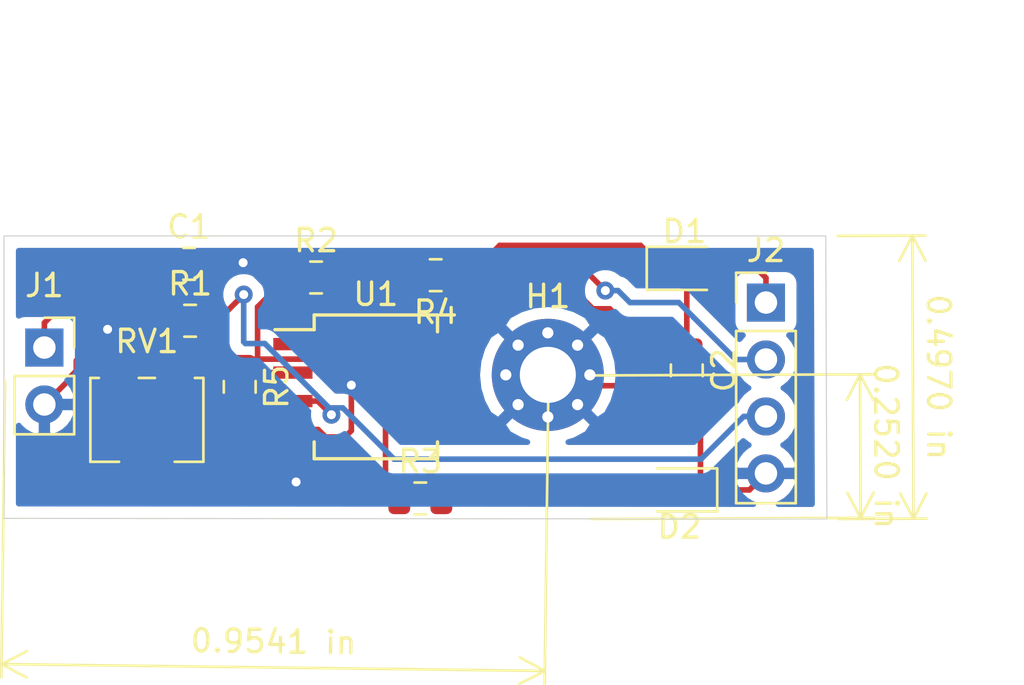
<source format=kicad_pcb>
(kicad_pcb (version 20171130) (host pcbnew "(5.1.4)-1")

  (general
    (thickness 1.6)
    (drawings 13)
    (tracks 135)
    (zones 0)
    (modules 14)
    (nets 11)
  )

  (page A4)
  (layers
    (0 F.Cu signal)
    (31 B.Cu signal)
    (32 B.Adhes user)
    (33 F.Adhes user)
    (34 B.Paste user)
    (35 F.Paste user)
    (36 B.SilkS user)
    (37 F.SilkS user)
    (38 B.Mask user)
    (39 F.Mask user)
    (40 Dwgs.User user)
    (41 Cmts.User user)
    (42 Eco1.User user)
    (43 Eco2.User user)
    (44 Edge.Cuts user)
    (45 Margin user)
    (46 B.CrtYd user)
    (47 F.CrtYd user)
    (48 B.Fab user)
    (49 F.Fab user)
  )

  (setup
    (last_trace_width 0.25)
    (trace_clearance 0.2)
    (zone_clearance 0.508)
    (zone_45_only no)
    (trace_min 0.2)
    (via_size 0.8)
    (via_drill 0.4)
    (via_min_size 0.4)
    (via_min_drill 0.3)
    (uvia_size 0.3)
    (uvia_drill 0.1)
    (uvias_allowed no)
    (uvia_min_size 0.2)
    (uvia_min_drill 0.1)
    (edge_width 0.05)
    (segment_width 0.2)
    (pcb_text_width 0.3)
    (pcb_text_size 1.5 1.5)
    (mod_edge_width 0.12)
    (mod_text_size 1 1)
    (mod_text_width 0.15)
    (pad_size 1.524 1.524)
    (pad_drill 0.762)
    (pad_to_mask_clearance 0.051)
    (solder_mask_min_width 0.25)
    (aux_axis_origin 0 0)
    (visible_elements 7FFFFFFF)
    (pcbplotparams
      (layerselection 0x010fc_ffffffff)
      (usegerberextensions false)
      (usegerberattributes false)
      (usegerberadvancedattributes false)
      (creategerberjobfile false)
      (excludeedgelayer true)
      (linewidth 0.100000)
      (plotframeref false)
      (viasonmask false)
      (mode 1)
      (useauxorigin false)
      (hpglpennumber 1)
      (hpglpenspeed 20)
      (hpglpendiameter 15.000000)
      (psnegative false)
      (psa4output false)
      (plotreference true)
      (plotvalue true)
      (plotinvisibletext false)
      (padsonsilk false)
      (subtractmaskfromsilk false)
      (outputformat 1)
      (mirror false)
      (drillshape 0)
      (scaleselection 1)
      (outputdirectory ""))
  )

  (net 0 "")
  (net 1 GND)
  (net 2 Signal)
  (net 3 VCC)
  (net 4 "Net-(D2-Pad2)")
  (net 5 "Net-(RV1-Pad2)")
  (net 6 "Net-(U1-Pad7)")
  (net 7 "Net-(U1-Pad6)")
  (net 8 "Net-(U1-Pad5)")
  (net 9 "Net-(D1-Pad1)")
  (net 10 DO)

  (net_class Default "This is the default net class."
    (clearance 0.2)
    (trace_width 0.25)
    (via_dia 0.8)
    (via_drill 0.4)
    (uvia_dia 0.3)
    (uvia_drill 0.1)
    (add_net DO)
    (add_net GND)
    (add_net "Net-(D1-Pad1)")
    (add_net "Net-(D2-Pad2)")
    (add_net "Net-(RV1-Pad2)")
    (add_net "Net-(U1-Pad5)")
    (add_net "Net-(U1-Pad6)")
    (add_net "Net-(U1-Pad7)")
    (add_net Signal)
    (add_net VCC)
  )

  (module Potentiometer_SMD:Potentiometer_Bourns_3214W_Vertical (layer F.Cu) (tedit 5A3D7171) (tstamp 5EC96FCC)
    (at 135.382 99.5426)
    (descr "Potentiometer, vertical, Bourns 3214W, https://www.bourns.com/docs/Product-Datasheets/3214.pdf")
    (tags "Potentiometer vertical Bourns 3214W")
    (path /5E27BB6E)
    (attr smd)
    (fp_text reference RV1 (at 0 -3.5) (layer F.SilkS)
      (effects (font (size 1 1) (thickness 0.15)))
    )
    (fp_text value 10K (at 0 3.5) (layer F.Fab)
      (effects (font (size 1 1) (thickness 0.15)))
    )
    (fp_text user %R (at 0.6 0) (layer F.Fab)
      (effects (font (size 0.6 0.6) (thickness 0.15)))
    )
    (fp_line (start 2.65 -2.5) (end -2.65 -2.5) (layer F.CrtYd) (width 0.05))
    (fp_line (start 2.65 2.5) (end 2.65 -2.5) (layer F.CrtYd) (width 0.05))
    (fp_line (start -2.65 2.5) (end 2.65 2.5) (layer F.CrtYd) (width 0.05))
    (fp_line (start -2.65 -2.5) (end -2.65 2.5) (layer F.CrtYd) (width 0.05))
    (fp_line (start 2.52 -1.87) (end 2.52 1.87) (layer F.SilkS) (width 0.12))
    (fp_line (start -2.52 -1.87) (end -2.52 1.87) (layer F.SilkS) (width 0.12))
    (fp_line (start 1.24 1.87) (end 2.52 1.87) (layer F.SilkS) (width 0.12))
    (fp_line (start -2.52 1.87) (end -1.24 1.87) (layer F.SilkS) (width 0.12))
    (fp_line (start -0.36 -1.87) (end 0.36 -1.87) (layer F.SilkS) (width 0.12))
    (fp_line (start -2.52 -1.87) (end -2.14 -1.87) (layer F.SilkS) (width 0.12))
    (fp_line (start 2.14 -1.87) (end 2.52 -1.87) (layer F.SilkS) (width 0.12))
    (fp_line (start -1.2 1.393) (end -1.199 -0.092) (layer F.Fab) (width 0.1))
    (fp_line (start -1.2 1.393) (end -1.199 -0.092) (layer F.Fab) (width 0.1))
    (fp_line (start 2.4 -1.75) (end -2.4 -1.75) (layer F.Fab) (width 0.1))
    (fp_line (start 2.4 1.75) (end 2.4 -1.75) (layer F.Fab) (width 0.1))
    (fp_line (start -2.4 1.75) (end 2.4 1.75) (layer F.Fab) (width 0.1))
    (fp_line (start -2.4 -1.75) (end -2.4 1.75) (layer F.Fab) (width 0.1))
    (fp_circle (center -1.2 0.65) (end -0.45 0.65) (layer F.Fab) (width 0.1))
    (pad 3 smd rect (at -1.25 -1.45) (size 1.3 1.6) (layers F.Cu F.Paste F.Mask)
      (net 1 GND))
    (pad 2 smd rect (at 0 1.45) (size 2 1.6) (layers F.Cu F.Paste F.Mask)
      (net 5 "Net-(RV1-Pad2)"))
    (pad 1 smd rect (at 1.25 -1.45) (size 1.3 1.6) (layers F.Cu F.Paste F.Mask)
      (net 2 Signal))
    (model ${KISYS3DMOD}/Potentiometer_SMD.3dshapes/Potentiometer_Bourns_3214W_Vertical.wrl
      (at (xyz 0 0 0))
      (scale (xyz 1 1 1))
      (rotate (xyz 0 0 0))
    )
  )

  (module Resistor_SMD:R_0805_2012Metric (layer F.Cu) (tedit 5B36C52B) (tstamp 5ED59BEF)
    (at 139.5222 98.0694 270)
    (descr "Resistor SMD 0805 (2012 Metric), square (rectangular) end terminal, IPC_7351 nominal, (Body size source: https://docs.google.com/spreadsheets/d/1BsfQQcO9C6DZCsRaXUlFlo91Tg2WpOkGARC1WS5S8t0/edit?usp=sharing), generated with kicad-footprint-generator")
    (tags resistor)
    (path /5ED59FBC)
    (attr smd)
    (fp_text reference R5 (at 0 -1.65 90) (layer F.SilkS)
      (effects (font (size 1 1) (thickness 0.15)))
    )
    (fp_text value 440 (at 0 1.65 90) (layer F.Fab)
      (effects (font (size 1 1) (thickness 0.15)))
    )
    (fp_text user %R (at 0 0 270) (layer F.Fab)
      (effects (font (size 0.5 0.5) (thickness 0.08)))
    )
    (fp_line (start 1.68 0.95) (end -1.68 0.95) (layer F.CrtYd) (width 0.05))
    (fp_line (start 1.68 -0.95) (end 1.68 0.95) (layer F.CrtYd) (width 0.05))
    (fp_line (start -1.68 -0.95) (end 1.68 -0.95) (layer F.CrtYd) (width 0.05))
    (fp_line (start -1.68 0.95) (end -1.68 -0.95) (layer F.CrtYd) (width 0.05))
    (fp_line (start -0.258578 0.71) (end 0.258578 0.71) (layer F.SilkS) (width 0.12))
    (fp_line (start -0.258578 -0.71) (end 0.258578 -0.71) (layer F.SilkS) (width 0.12))
    (fp_line (start 1 0.6) (end -1 0.6) (layer F.Fab) (width 0.1))
    (fp_line (start 1 -0.6) (end 1 0.6) (layer F.Fab) (width 0.1))
    (fp_line (start -1 -0.6) (end 1 -0.6) (layer F.Fab) (width 0.1))
    (fp_line (start -1 0.6) (end -1 -0.6) (layer F.Fab) (width 0.1))
    (pad 2 smd roundrect (at 0.9375 0 270) (size 0.975 1.4) (layers F.Cu F.Paste F.Mask) (roundrect_rratio 0.25)
      (net 2 Signal))
    (pad 1 smd roundrect (at -0.9375 0 270) (size 0.975 1.4) (layers F.Cu F.Paste F.Mask) (roundrect_rratio 0.25)
      (net 3 VCC))
    (model ${KISYS3DMOD}/Resistor_SMD.3dshapes/R_0805_2012Metric.wrl
      (at (xyz 0 0 0))
      (scale (xyz 1 1 1))
      (rotate (xyz 0 0 0))
    )
  )

  (module Connector_PinSocket_2.54mm:PinSocket_1x02_P2.54mm_Vertical (layer F.Cu) (tedit 5A19A420) (tstamp 5EC97DA8)
    (at 130.81 96.3168)
    (descr "Through hole straight socket strip, 1x02, 2.54mm pitch, single row (from Kicad 4.0.7), script generated")
    (tags "Through hole socket strip THT 1x02 2.54mm single row")
    (path /5ECA4F5F)
    (fp_text reference J1 (at 0 -2.77) (layer F.SilkS)
      (effects (font (size 1 1) (thickness 0.15)))
    )
    (fp_text value " " (at 0 5.31) (layer F.Fab)
      (effects (font (size 1 1) (thickness 0.15)))
    )
    (fp_text user %R (at 0 1.27 90) (layer F.Fab)
      (effects (font (size 1 1) (thickness 0.15)))
    )
    (fp_line (start -1.8 4.3) (end -1.8 -1.8) (layer F.CrtYd) (width 0.05))
    (fp_line (start 1.75 4.3) (end -1.8 4.3) (layer F.CrtYd) (width 0.05))
    (fp_line (start 1.75 -1.8) (end 1.75 4.3) (layer F.CrtYd) (width 0.05))
    (fp_line (start -1.8 -1.8) (end 1.75 -1.8) (layer F.CrtYd) (width 0.05))
    (fp_line (start 0 -1.33) (end 1.33 -1.33) (layer F.SilkS) (width 0.12))
    (fp_line (start 1.33 -1.33) (end 1.33 0) (layer F.SilkS) (width 0.12))
    (fp_line (start 1.33 1.27) (end 1.33 3.87) (layer F.SilkS) (width 0.12))
    (fp_line (start -1.33 3.87) (end 1.33 3.87) (layer F.SilkS) (width 0.12))
    (fp_line (start -1.33 1.27) (end -1.33 3.87) (layer F.SilkS) (width 0.12))
    (fp_line (start -1.33 1.27) (end 1.33 1.27) (layer F.SilkS) (width 0.12))
    (fp_line (start -1.27 3.81) (end -1.27 -1.27) (layer F.Fab) (width 0.1))
    (fp_line (start 1.27 3.81) (end -1.27 3.81) (layer F.Fab) (width 0.1))
    (fp_line (start 1.27 -0.635) (end 1.27 3.81) (layer F.Fab) (width 0.1))
    (fp_line (start 0.635 -1.27) (end 1.27 -0.635) (layer F.Fab) (width 0.1))
    (fp_line (start -1.27 -1.27) (end 0.635 -1.27) (layer F.Fab) (width 0.1))
    (pad 2 thru_hole oval (at 0 2.54) (size 1.7 1.7) (drill 1) (layers *.Cu *.Mask)
      (net 1 GND))
    (pad 1 thru_hole rect (at 0 0) (size 1.7 1.7) (drill 1) (layers *.Cu *.Mask)
      (net 2 Signal))
    (model ${KISYS3DMOD}/Connector_PinSocket_2.54mm.3dshapes/PinSocket_1x02_P2.54mm_Vertical.wrl
      (at (xyz 0 0 0))
      (scale (xyz 1 1 1))
      (rotate (xyz 0 0 0))
    )
  )

  (module Package_SO:SO-8_5.3x6.2mm_P1.27mm (layer F.Cu) (tedit 5A02F2D3) (tstamp 5EC96FF6)
    (at 145.5928 98.0694)
    (descr "8-Lead Plastic Small Outline, 5.3x6.2mm Body (http://www.ti.com.cn/cn/lit/ds/symlink/tl7705a.pdf)")
    (tags "SOIC 1.27")
    (path /5E27B72F)
    (attr smd)
    (fp_text reference U1 (at 0 -4.13) (layer F.SilkS)
      (effects (font (size 1 1) (thickness 0.15)))
    )
    (fp_text value LM393 (at 0 4.13) (layer F.Fab)
      (effects (font (size 1 1) (thickness 0.15)))
    )
    (fp_line (start -2.75 -2.55) (end -4.5 -2.55) (layer F.SilkS) (width 0.15))
    (fp_line (start -2.75 3.205) (end 2.75 3.205) (layer F.SilkS) (width 0.15))
    (fp_line (start -2.75 -3.205) (end 2.75 -3.205) (layer F.SilkS) (width 0.15))
    (fp_line (start -2.75 3.205) (end -2.75 2.455) (layer F.SilkS) (width 0.15))
    (fp_line (start 2.75 3.205) (end 2.75 2.455) (layer F.SilkS) (width 0.15))
    (fp_line (start 2.75 -3.205) (end 2.75 -2.455) (layer F.SilkS) (width 0.15))
    (fp_line (start -2.75 -3.205) (end -2.75 -2.55) (layer F.SilkS) (width 0.15))
    (fp_line (start -4.83 3.35) (end 4.83 3.35) (layer F.CrtYd) (width 0.05))
    (fp_line (start -4.83 -3.35) (end 4.83 -3.35) (layer F.CrtYd) (width 0.05))
    (fp_line (start 4.83 -3.35) (end 4.83 3.35) (layer F.CrtYd) (width 0.05))
    (fp_line (start -4.83 -3.35) (end -4.83 3.35) (layer F.CrtYd) (width 0.05))
    (fp_line (start -2.65 -2.1) (end -1.65 -3.1) (layer F.Fab) (width 0.15))
    (fp_line (start -2.65 3.1) (end -2.65 -2.1) (layer F.Fab) (width 0.15))
    (fp_line (start 2.65 3.1) (end -2.65 3.1) (layer F.Fab) (width 0.15))
    (fp_line (start 2.65 -3.1) (end 2.65 3.1) (layer F.Fab) (width 0.15))
    (fp_line (start -1.65 -3.1) (end 2.65 -3.1) (layer F.Fab) (width 0.15))
    (fp_text user %R (at 0 0) (layer F.Fab)
      (effects (font (size 1 1) (thickness 0.15)))
    )
    (pad 8 smd rect (at 3.7 -1.905) (size 1.75 0.55) (layers F.Cu F.Paste F.Mask)
      (net 3 VCC))
    (pad 7 smd rect (at 3.7 -0.635) (size 1.75 0.55) (layers F.Cu F.Paste F.Mask)
      (net 6 "Net-(U1-Pad7)"))
    (pad 6 smd rect (at 3.7 0.635) (size 1.75 0.55) (layers F.Cu F.Paste F.Mask)
      (net 7 "Net-(U1-Pad6)"))
    (pad 5 smd rect (at 3.7 1.905) (size 1.75 0.55) (layers F.Cu F.Paste F.Mask)
      (net 8 "Net-(U1-Pad5)"))
    (pad 4 smd rect (at -3.7 1.905) (size 1.75 0.55) (layers F.Cu F.Paste F.Mask)
      (net 1 GND))
    (pad 3 smd rect (at -3.7 0.635) (size 1.75 0.55) (layers F.Cu F.Paste F.Mask)
      (net 2 Signal))
    (pad 2 smd rect (at -3.7 -0.635) (size 1.75 0.55) (layers F.Cu F.Paste F.Mask)
      (net 5 "Net-(RV1-Pad2)"))
    (pad 1 smd rect (at -3.7 -1.905) (size 1.75 0.55) (layers F.Cu F.Paste F.Mask)
      (net 10 DO))
    (model ${KISYS3DMOD}/Package_SO.3dshapes/SO-8_5.3x6.2mm_P1.27mm.wrl
      (at (xyz 0 0 0))
      (scale (xyz 1 1 1))
      (rotate (xyz 0 0 0))
    )
  )

  (module Resistor_SMD:R_0805_2012Metric (layer F.Cu) (tedit 5B36C52B) (tstamp 5EC96FB2)
    (at 148.2621 93.091 180)
    (descr "Resistor SMD 0805 (2012 Metric), square (rectangular) end terminal, IPC_7351 nominal, (Body size source: https://docs.google.com/spreadsheets/d/1BsfQQcO9C6DZCsRaXUlFlo91Tg2WpOkGARC1WS5S8t0/edit?usp=sharing), generated with kicad-footprint-generator")
    (tags resistor)
    (path /5E2AA22E)
    (attr smd)
    (fp_text reference R4 (at 0 -1.65) (layer F.SilkS)
      (effects (font (size 1 1) (thickness 0.15)))
    )
    (fp_text value 1K (at 0 1.65) (layer F.Fab)
      (effects (font (size 1 1) (thickness 0.15)))
    )
    (fp_text user %R (at 0 0) (layer F.Fab)
      (effects (font (size 0.5 0.5) (thickness 0.08)))
    )
    (fp_line (start 1.68 0.95) (end -1.68 0.95) (layer F.CrtYd) (width 0.05))
    (fp_line (start 1.68 -0.95) (end 1.68 0.95) (layer F.CrtYd) (width 0.05))
    (fp_line (start -1.68 -0.95) (end 1.68 -0.95) (layer F.CrtYd) (width 0.05))
    (fp_line (start -1.68 0.95) (end -1.68 -0.95) (layer F.CrtYd) (width 0.05))
    (fp_line (start -0.258578 0.71) (end 0.258578 0.71) (layer F.SilkS) (width 0.12))
    (fp_line (start -0.258578 -0.71) (end 0.258578 -0.71) (layer F.SilkS) (width 0.12))
    (fp_line (start 1 0.6) (end -1 0.6) (layer F.Fab) (width 0.1))
    (fp_line (start 1 -0.6) (end 1 0.6) (layer F.Fab) (width 0.1))
    (fp_line (start -1 -0.6) (end 1 -0.6) (layer F.Fab) (width 0.1))
    (fp_line (start -1 0.6) (end -1 -0.6) (layer F.Fab) (width 0.1))
    (pad 2 smd roundrect (at 0.9375 0 180) (size 0.975 1.4) (layers F.Cu F.Paste F.Mask) (roundrect_rratio 0.25)
      (net 10 DO))
    (pad 1 smd roundrect (at -0.9375 0 180) (size 0.975 1.4) (layers F.Cu F.Paste F.Mask) (roundrect_rratio 0.25)
      (net 9 "Net-(D1-Pad1)"))
    (model ${KISYS3DMOD}/Resistor_SMD.3dshapes/R_0805_2012Metric.wrl
      (at (xyz 0 0 0))
      (scale (xyz 1 1 1))
      (rotate (xyz 0 0 0))
    )
  )

  (module Resistor_SMD:R_0805_2012Metric (layer F.Cu) (tedit 5B36C52B) (tstamp 5EC96FA1)
    (at 147.5763 103.0478)
    (descr "Resistor SMD 0805 (2012 Metric), square (rectangular) end terminal, IPC_7351 nominal, (Body size source: https://docs.google.com/spreadsheets/d/1BsfQQcO9C6DZCsRaXUlFlo91Tg2WpOkGARC1WS5S8t0/edit?usp=sharing), generated with kicad-footprint-generator")
    (tags resistor)
    (path /5E27FE28)
    (attr smd)
    (fp_text reference R3 (at 0 -1.65) (layer F.SilkS)
      (effects (font (size 1 1) (thickness 0.15)))
    )
    (fp_text value 787 (at 0 1.65) (layer F.Fab)
      (effects (font (size 1 1) (thickness 0.15)))
    )
    (fp_text user %R (at 0 0) (layer F.Fab)
      (effects (font (size 0.5 0.5) (thickness 0.08)))
    )
    (fp_line (start 1.68 0.95) (end -1.68 0.95) (layer F.CrtYd) (width 0.05))
    (fp_line (start 1.68 -0.95) (end 1.68 0.95) (layer F.CrtYd) (width 0.05))
    (fp_line (start -1.68 -0.95) (end 1.68 -0.95) (layer F.CrtYd) (width 0.05))
    (fp_line (start -1.68 0.95) (end -1.68 -0.95) (layer F.CrtYd) (width 0.05))
    (fp_line (start -0.258578 0.71) (end 0.258578 0.71) (layer F.SilkS) (width 0.12))
    (fp_line (start -0.258578 -0.71) (end 0.258578 -0.71) (layer F.SilkS) (width 0.12))
    (fp_line (start 1 0.6) (end -1 0.6) (layer F.Fab) (width 0.1))
    (fp_line (start 1 -0.6) (end 1 0.6) (layer F.Fab) (width 0.1))
    (fp_line (start -1 -0.6) (end 1 -0.6) (layer F.Fab) (width 0.1))
    (fp_line (start -1 0.6) (end -1 -0.6) (layer F.Fab) (width 0.1))
    (pad 2 smd roundrect (at 0.9375 0) (size 0.975 1.4) (layers F.Cu F.Paste F.Mask) (roundrect_rratio 0.25)
      (net 4 "Net-(D2-Pad2)"))
    (pad 1 smd roundrect (at -0.9375 0) (size 0.975 1.4) (layers F.Cu F.Paste F.Mask) (roundrect_rratio 0.25)
      (net 3 VCC))
    (model ${KISYS3DMOD}/Resistor_SMD.3dshapes/R_0805_2012Metric.wrl
      (at (xyz 0 0 0))
      (scale (xyz 1 1 1))
      (rotate (xyz 0 0 0))
    )
  )

  (module Resistor_SMD:R_0805_2012Metric (layer F.Cu) (tedit 5B36C52B) (tstamp 5EC96F90)
    (at 142.9281 93.1926)
    (descr "Resistor SMD 0805 (2012 Metric), square (rectangular) end terminal, IPC_7351 nominal, (Body size source: https://docs.google.com/spreadsheets/d/1BsfQQcO9C6DZCsRaXUlFlo91Tg2WpOkGARC1WS5S8t0/edit?usp=sharing), generated with kicad-footprint-generator")
    (tags resistor)
    (path /5E283B19)
    (attr smd)
    (fp_text reference R2 (at 0 -1.65) (layer F.SilkS)
      (effects (font (size 1 1) (thickness 0.15)))
    )
    (fp_text value 10K (at 0 1.65) (layer F.Fab)
      (effects (font (size 1 1) (thickness 0.15)))
    )
    (fp_text user %R (at 0 0) (layer F.Fab)
      (effects (font (size 0.5 0.5) (thickness 0.08)))
    )
    (fp_line (start 1.68 0.95) (end -1.68 0.95) (layer F.CrtYd) (width 0.05))
    (fp_line (start 1.68 -0.95) (end 1.68 0.95) (layer F.CrtYd) (width 0.05))
    (fp_line (start -1.68 -0.95) (end 1.68 -0.95) (layer F.CrtYd) (width 0.05))
    (fp_line (start -1.68 0.95) (end -1.68 -0.95) (layer F.CrtYd) (width 0.05))
    (fp_line (start -0.258578 0.71) (end 0.258578 0.71) (layer F.SilkS) (width 0.12))
    (fp_line (start -0.258578 -0.71) (end 0.258578 -0.71) (layer F.SilkS) (width 0.12))
    (fp_line (start 1 0.6) (end -1 0.6) (layer F.Fab) (width 0.1))
    (fp_line (start 1 -0.6) (end 1 0.6) (layer F.Fab) (width 0.1))
    (fp_line (start -1 -0.6) (end 1 -0.6) (layer F.Fab) (width 0.1))
    (fp_line (start -1 0.6) (end -1 -0.6) (layer F.Fab) (width 0.1))
    (pad 2 smd roundrect (at 0.9375 0) (size 0.975 1.4) (layers F.Cu F.Paste F.Mask) (roundrect_rratio 0.25)
      (net 10 DO))
    (pad 1 smd roundrect (at -0.9375 0) (size 0.975 1.4) (layers F.Cu F.Paste F.Mask) (roundrect_rratio 0.25)
      (net 3 VCC))
    (model ${KISYS3DMOD}/Resistor_SMD.3dshapes/R_0805_2012Metric.wrl
      (at (xyz 0 0 0))
      (scale (xyz 1 1 1))
      (rotate (xyz 0 0 0))
    )
  )

  (module Resistor_SMD:R_0805_2012Metric (layer F.Cu) (tedit 5B36C52B) (tstamp 5EC96F7F)
    (at 137.3101 95.123)
    (descr "Resistor SMD 0805 (2012 Metric), square (rectangular) end terminal, IPC_7351 nominal, (Body size source: https://docs.google.com/spreadsheets/d/1BsfQQcO9C6DZCsRaXUlFlo91Tg2WpOkGARC1WS5S8t0/edit?usp=sharing), generated with kicad-footprint-generator")
    (tags resistor)
    (path /5E287F90)
    (attr smd)
    (fp_text reference R1 (at 0 -1.65) (layer F.SilkS)
      (effects (font (size 1 1) (thickness 0.15)))
    )
    (fp_text value 10K (at 0 1.65) (layer F.Fab)
      (effects (font (size 1 1) (thickness 0.15)))
    )
    (fp_text user %R (at 0 0) (layer F.Fab)
      (effects (font (size 0.5 0.5) (thickness 0.08)))
    )
    (fp_line (start 1.68 0.95) (end -1.68 0.95) (layer F.CrtYd) (width 0.05))
    (fp_line (start 1.68 -0.95) (end 1.68 0.95) (layer F.CrtYd) (width 0.05))
    (fp_line (start -1.68 -0.95) (end 1.68 -0.95) (layer F.CrtYd) (width 0.05))
    (fp_line (start -1.68 0.95) (end -1.68 -0.95) (layer F.CrtYd) (width 0.05))
    (fp_line (start -0.258578 0.71) (end 0.258578 0.71) (layer F.SilkS) (width 0.12))
    (fp_line (start -0.258578 -0.71) (end 0.258578 -0.71) (layer F.SilkS) (width 0.12))
    (fp_line (start 1 0.6) (end -1 0.6) (layer F.Fab) (width 0.1))
    (fp_line (start 1 -0.6) (end 1 0.6) (layer F.Fab) (width 0.1))
    (fp_line (start -1 -0.6) (end 1 -0.6) (layer F.Fab) (width 0.1))
    (fp_line (start -1 0.6) (end -1 -0.6) (layer F.Fab) (width 0.1))
    (pad 2 smd roundrect (at 0.9375 0) (size 0.975 1.4) (layers F.Cu F.Paste F.Mask) (roundrect_rratio 0.25)
      (net 2 Signal))
    (pad 1 smd roundrect (at -0.9375 0) (size 0.975 1.4) (layers F.Cu F.Paste F.Mask) (roundrect_rratio 0.25)
      (net 3 VCC))
    (model ${KISYS3DMOD}/Resistor_SMD.3dshapes/R_0805_2012Metric.wrl
      (at (xyz 0 0 0))
      (scale (xyz 1 1 1))
      (rotate (xyz 0 0 0))
    )
  )

  (module Connector_PinHeader_2.54mm:PinHeader_1x04_P2.54mm_Vertical (layer F.Cu) (tedit 59FED5CC) (tstamp 5EC96F6E)
    (at 162.9918 94.3102)
    (descr "Through hole straight pin header, 1x04, 2.54mm pitch, single row")
    (tags "Through hole pin header THT 1x04 2.54mm single row")
    (path /5E27C8C8)
    (fp_text reference J2 (at 0 -2.33) (layer F.SilkS)
      (effects (font (size 1 1) (thickness 0.15)))
    )
    (fp_text value " " (at 0 9.95) (layer F.Fab)
      (effects (font (size 1 1) (thickness 0.15)))
    )
    (fp_text user %R (at 0 3.81 90) (layer F.Fab)
      (effects (font (size 1 1) (thickness 0.15)))
    )
    (fp_line (start 1.8 -1.8) (end -1.8 -1.8) (layer F.CrtYd) (width 0.05))
    (fp_line (start 1.8 9.4) (end 1.8 -1.8) (layer F.CrtYd) (width 0.05))
    (fp_line (start -1.8 9.4) (end 1.8 9.4) (layer F.CrtYd) (width 0.05))
    (fp_line (start -1.8 -1.8) (end -1.8 9.4) (layer F.CrtYd) (width 0.05))
    (fp_line (start -1.33 -1.33) (end 0 -1.33) (layer F.SilkS) (width 0.12))
    (fp_line (start -1.33 0) (end -1.33 -1.33) (layer F.SilkS) (width 0.12))
    (fp_line (start -1.33 1.27) (end 1.33 1.27) (layer F.SilkS) (width 0.12))
    (fp_line (start 1.33 1.27) (end 1.33 8.95) (layer F.SilkS) (width 0.12))
    (fp_line (start -1.33 1.27) (end -1.33 8.95) (layer F.SilkS) (width 0.12))
    (fp_line (start -1.33 8.95) (end 1.33 8.95) (layer F.SilkS) (width 0.12))
    (fp_line (start -1.27 -0.635) (end -0.635 -1.27) (layer F.Fab) (width 0.1))
    (fp_line (start -1.27 8.89) (end -1.27 -0.635) (layer F.Fab) (width 0.1))
    (fp_line (start 1.27 8.89) (end -1.27 8.89) (layer F.Fab) (width 0.1))
    (fp_line (start 1.27 -1.27) (end 1.27 8.89) (layer F.Fab) (width 0.1))
    (fp_line (start -0.635 -1.27) (end 1.27 -1.27) (layer F.Fab) (width 0.1))
    (pad 4 thru_hole oval (at 0 7.62) (size 1.7 1.7) (drill 1) (layers *.Cu *.Mask)
      (net 1 GND))
    (pad 3 thru_hole oval (at 0 5.08) (size 1.7 1.7) (drill 1) (layers *.Cu *.Mask)
      (net 2 Signal))
    (pad 2 thru_hole oval (at 0 2.54) (size 1.7 1.7) (drill 1) (layers *.Cu *.Mask)
      (net 10 DO))
    (pad 1 thru_hole rect (at 0 0) (size 1.7 1.7) (drill 1) (layers *.Cu *.Mask)
      (net 3 VCC))
    (model ${KISYS3DMOD}/Connector_PinHeader_2.54mm.3dshapes/PinHeader_1x04_P2.54mm_Vertical.wrl
      (at (xyz 0 0 0))
      (scale (xyz 1 1 1))
      (rotate (xyz 0 0 0))
    )
  )

  (module MountingHole:MountingHole_2.5mm_Pad_Via (layer F.Cu) (tedit 56DDBAEA) (tstamp 5EC96F26)
    (at 153.2636 97.536)
    (descr "Mounting Hole 2.5mm")
    (tags "mounting hole 2.5mm")
    (path /5E28602E)
    (attr virtual)
    (fp_text reference H1 (at 0 -3.5) (layer F.SilkS)
      (effects (font (size 1 1) (thickness 0.15)))
    )
    (fp_text value " " (at 0 3.5) (layer F.Fab)
      (effects (font (size 1 1) (thickness 0.15)))
    )
    (fp_circle (center 0 0) (end 2.75 0) (layer F.CrtYd) (width 0.05))
    (fp_circle (center 0 0) (end 2.5 0) (layer Cmts.User) (width 0.15))
    (fp_text user %R (at 0.3 0) (layer F.Fab)
      (effects (font (size 1 1) (thickness 0.15)))
    )
    (pad 1 thru_hole circle (at 1.325825 -1.325825) (size 0.8 0.8) (drill 0.5) (layers *.Cu *.Mask)
      (net 1 GND))
    (pad 1 thru_hole circle (at 0 -1.875) (size 0.8 0.8) (drill 0.5) (layers *.Cu *.Mask)
      (net 1 GND))
    (pad 1 thru_hole circle (at -1.325825 -1.325825) (size 0.8 0.8) (drill 0.5) (layers *.Cu *.Mask)
      (net 1 GND))
    (pad 1 thru_hole circle (at -1.875 0) (size 0.8 0.8) (drill 0.5) (layers *.Cu *.Mask)
      (net 1 GND))
    (pad 1 thru_hole circle (at -1.325825 1.325825) (size 0.8 0.8) (drill 0.5) (layers *.Cu *.Mask)
      (net 1 GND))
    (pad 1 thru_hole circle (at 0 1.875) (size 0.8 0.8) (drill 0.5) (layers *.Cu *.Mask)
      (net 1 GND))
    (pad 1 thru_hole circle (at 1.325825 1.325825) (size 0.8 0.8) (drill 0.5) (layers *.Cu *.Mask)
      (net 1 GND))
    (pad 1 thru_hole circle (at 1.875 0) (size 0.8 0.8) (drill 0.5) (layers *.Cu *.Mask)
      (net 1 GND))
    (pad 1 thru_hole circle (at 0 0) (size 5 5) (drill 2.5) (layers *.Cu *.Mask)
      (net 1 GND))
  )

  (module Diode_SMD:D_0805_2012Metric (layer F.Cu) (tedit 5B36C52B) (tstamp 5EC96F16)
    (at 159.1333 102.6668 180)
    (descr "Diode SMD 0805 (2012 Metric), square (rectangular) end terminal, IPC_7351 nominal, (Body size source: https://docs.google.com/spreadsheets/d/1BsfQQcO9C6DZCsRaXUlFlo91Tg2WpOkGARC1WS5S8t0/edit?usp=sharing), generated with kicad-footprint-generator")
    (tags diode)
    (path /5E27F01F)
    (attr smd)
    (fp_text reference D2 (at 0 -1.65) (layer F.SilkS)
      (effects (font (size 1 1) (thickness 0.15)))
    )
    (fp_text value LED (at 0 1.65) (layer F.Fab)
      (effects (font (size 1 1) (thickness 0.15)))
    )
    (fp_text user %R (at 0 0) (layer F.Fab)
      (effects (font (size 0.5 0.5) (thickness 0.08)))
    )
    (fp_line (start 1.68 0.95) (end -1.68 0.95) (layer F.CrtYd) (width 0.05))
    (fp_line (start 1.68 -0.95) (end 1.68 0.95) (layer F.CrtYd) (width 0.05))
    (fp_line (start -1.68 -0.95) (end 1.68 -0.95) (layer F.CrtYd) (width 0.05))
    (fp_line (start -1.68 0.95) (end -1.68 -0.95) (layer F.CrtYd) (width 0.05))
    (fp_line (start -1.685 0.96) (end 1 0.96) (layer F.SilkS) (width 0.12))
    (fp_line (start -1.685 -0.96) (end -1.685 0.96) (layer F.SilkS) (width 0.12))
    (fp_line (start 1 -0.96) (end -1.685 -0.96) (layer F.SilkS) (width 0.12))
    (fp_line (start 1 0.6) (end 1 -0.6) (layer F.Fab) (width 0.1))
    (fp_line (start -1 0.6) (end 1 0.6) (layer F.Fab) (width 0.1))
    (fp_line (start -1 -0.3) (end -1 0.6) (layer F.Fab) (width 0.1))
    (fp_line (start -0.7 -0.6) (end -1 -0.3) (layer F.Fab) (width 0.1))
    (fp_line (start 1 -0.6) (end -0.7 -0.6) (layer F.Fab) (width 0.1))
    (pad 2 smd roundrect (at 0.9375 0 180) (size 0.975 1.4) (layers F.Cu F.Paste F.Mask) (roundrect_rratio 0.25)
      (net 4 "Net-(D2-Pad2)"))
    (pad 1 smd roundrect (at -0.9375 0 180) (size 0.975 1.4) (layers F.Cu F.Paste F.Mask) (roundrect_rratio 0.25)
      (net 1 GND))
    (model ${KISYS3DMOD}/Diode_SMD.3dshapes/D_0805_2012Metric.wrl
      (at (xyz 0 0 0))
      (scale (xyz 1 1 1))
      (rotate (xyz 0 0 0))
    )
  )

  (module Diode_SMD:D_0805_2012Metric (layer F.Cu) (tedit 5B36C52B) (tstamp 5EC96F03)
    (at 159.3596 92.7862)
    (descr "Diode SMD 0805 (2012 Metric), square (rectangular) end terminal, IPC_7351 nominal, (Body size source: https://docs.google.com/spreadsheets/d/1BsfQQcO9C6DZCsRaXUlFlo91Tg2WpOkGARC1WS5S8t0/edit?usp=sharing), generated with kicad-footprint-generator")
    (tags diode)
    (path /5E294980)
    (attr smd)
    (fp_text reference D1 (at 0 -1.65) (layer F.SilkS)
      (effects (font (size 1 1) (thickness 0.15)))
    )
    (fp_text value LED (at 0 1.65) (layer F.Fab)
      (effects (font (size 1 1) (thickness 0.15)))
    )
    (fp_text user %R (at 0 0) (layer F.Fab)
      (effects (font (size 0.5 0.5) (thickness 0.08)))
    )
    (fp_line (start 1.68 0.95) (end -1.68 0.95) (layer F.CrtYd) (width 0.05))
    (fp_line (start 1.68 -0.95) (end 1.68 0.95) (layer F.CrtYd) (width 0.05))
    (fp_line (start -1.68 -0.95) (end 1.68 -0.95) (layer F.CrtYd) (width 0.05))
    (fp_line (start -1.68 0.95) (end -1.68 -0.95) (layer F.CrtYd) (width 0.05))
    (fp_line (start -1.685 0.96) (end 1 0.96) (layer F.SilkS) (width 0.12))
    (fp_line (start -1.685 -0.96) (end -1.685 0.96) (layer F.SilkS) (width 0.12))
    (fp_line (start 1 -0.96) (end -1.685 -0.96) (layer F.SilkS) (width 0.12))
    (fp_line (start 1 0.6) (end 1 -0.6) (layer F.Fab) (width 0.1))
    (fp_line (start -1 0.6) (end 1 0.6) (layer F.Fab) (width 0.1))
    (fp_line (start -1 -0.3) (end -1 0.6) (layer F.Fab) (width 0.1))
    (fp_line (start -0.7 -0.6) (end -1 -0.3) (layer F.Fab) (width 0.1))
    (fp_line (start 1 -0.6) (end -0.7 -0.6) (layer F.Fab) (width 0.1))
    (pad 2 smd roundrect (at 0.9375 0) (size 0.975 1.4) (layers F.Cu F.Paste F.Mask) (roundrect_rratio 0.25)
      (net 3 VCC))
    (pad 1 smd roundrect (at -0.9375 0) (size 0.975 1.4) (layers F.Cu F.Paste F.Mask) (roundrect_rratio 0.25)
      (net 9 "Net-(D1-Pad1)"))
    (model ${KISYS3DMOD}/Diode_SMD.3dshapes/D_0805_2012Metric.wrl
      (at (xyz 0 0 0))
      (scale (xyz 1 1 1))
      (rotate (xyz 0 0 0))
    )
  )

  (module Capacitor_SMD:C_0805_2012Metric (layer F.Cu) (tedit 5B36C52B) (tstamp 5EC96EF0)
    (at 159.4612 97.3328 270)
    (descr "Capacitor SMD 0805 (2012 Metric), square (rectangular) end terminal, IPC_7351 nominal, (Body size source: https://docs.google.com/spreadsheets/d/1BsfQQcO9C6DZCsRaXUlFlo91Tg2WpOkGARC1WS5S8t0/edit?usp=sharing), generated with kicad-footprint-generator")
    (tags capacitor)
    (path /5E28F7AA)
    (attr smd)
    (fp_text reference C2 (at 0 -1.65 90) (layer F.SilkS)
      (effects (font (size 1 1) (thickness 0.15)))
    )
    (fp_text value "100 nf" (at 0 1.65 90) (layer F.Fab)
      (effects (font (size 1 1) (thickness 0.15)))
    )
    (fp_text user %R (at 0 0 90) (layer F.Fab)
      (effects (font (size 0.5 0.5) (thickness 0.08)))
    )
    (fp_line (start 1.68 0.95) (end -1.68 0.95) (layer F.CrtYd) (width 0.05))
    (fp_line (start 1.68 -0.95) (end 1.68 0.95) (layer F.CrtYd) (width 0.05))
    (fp_line (start -1.68 -0.95) (end 1.68 -0.95) (layer F.CrtYd) (width 0.05))
    (fp_line (start -1.68 0.95) (end -1.68 -0.95) (layer F.CrtYd) (width 0.05))
    (fp_line (start -0.258578 0.71) (end 0.258578 0.71) (layer F.SilkS) (width 0.12))
    (fp_line (start -0.258578 -0.71) (end 0.258578 -0.71) (layer F.SilkS) (width 0.12))
    (fp_line (start 1 0.6) (end -1 0.6) (layer F.Fab) (width 0.1))
    (fp_line (start 1 -0.6) (end 1 0.6) (layer F.Fab) (width 0.1))
    (fp_line (start -1 -0.6) (end 1 -0.6) (layer F.Fab) (width 0.1))
    (fp_line (start -1 0.6) (end -1 -0.6) (layer F.Fab) (width 0.1))
    (pad 2 smd roundrect (at 0.9375 0 270) (size 0.975 1.4) (layers F.Cu F.Paste F.Mask) (roundrect_rratio 0.25)
      (net 1 GND))
    (pad 1 smd roundrect (at -0.9375 0 270) (size 0.975 1.4) (layers F.Cu F.Paste F.Mask) (roundrect_rratio 0.25)
      (net 3 VCC))
    (model ${KISYS3DMOD}/Capacitor_SMD.3dshapes/C_0805_2012Metric.wrl
      (at (xyz 0 0 0))
      (scale (xyz 1 1 1))
      (rotate (xyz 0 0 0))
    )
  )

  (module Capacitor_SMD:C_0805_2012Metric (layer F.Cu) (tedit 5B36C52B) (tstamp 5EC96EDF)
    (at 137.2639 92.583)
    (descr "Capacitor SMD 0805 (2012 Metric), square (rectangular) end terminal, IPC_7351 nominal, (Body size source: https://docs.google.com/spreadsheets/d/1BsfQQcO9C6DZCsRaXUlFlo91Tg2WpOkGARC1WS5S8t0/edit?usp=sharing), generated with kicad-footprint-generator")
    (tags capacitor)
    (path /5E28E19C)
    (attr smd)
    (fp_text reference C1 (at 0 -1.65) (layer F.SilkS)
      (effects (font (size 1 1) (thickness 0.15)))
    )
    (fp_text value "100 nf" (at 0 1.65) (layer F.Fab)
      (effects (font (size 1 1) (thickness 0.15)))
    )
    (fp_text user %R (at 0 0) (layer F.Fab)
      (effects (font (size 0.5 0.5) (thickness 0.08)))
    )
    (fp_line (start 1.68 0.95) (end -1.68 0.95) (layer F.CrtYd) (width 0.05))
    (fp_line (start 1.68 -0.95) (end 1.68 0.95) (layer F.CrtYd) (width 0.05))
    (fp_line (start -1.68 -0.95) (end 1.68 -0.95) (layer F.CrtYd) (width 0.05))
    (fp_line (start -1.68 0.95) (end -1.68 -0.95) (layer F.CrtYd) (width 0.05))
    (fp_line (start -0.258578 0.71) (end 0.258578 0.71) (layer F.SilkS) (width 0.12))
    (fp_line (start -0.258578 -0.71) (end 0.258578 -0.71) (layer F.SilkS) (width 0.12))
    (fp_line (start 1 0.6) (end -1 0.6) (layer F.Fab) (width 0.1))
    (fp_line (start 1 -0.6) (end 1 0.6) (layer F.Fab) (width 0.1))
    (fp_line (start -1 -0.6) (end 1 -0.6) (layer F.Fab) (width 0.1))
    (fp_line (start -1 0.6) (end -1 -0.6) (layer F.Fab) (width 0.1))
    (pad 2 smd roundrect (at 0.9375 0) (size 0.975 1.4) (layers F.Cu F.Paste F.Mask) (roundrect_rratio 0.25)
      (net 1 GND))
    (pad 1 smd roundrect (at -0.9375 0) (size 0.975 1.4) (layers F.Cu F.Paste F.Mask) (roundrect_rratio 0.25)
      (net 2 Signal))
    (model ${KISYS3DMOD}/Capacitor_SMD.3dshapes/C_0805_2012Metric.wrl
      (at (xyz 0 0 0))
      (scale (xyz 1 1 1))
      (rotate (xyz 0 0 0))
    )
  )

  (gr_text G (at 161.163 101.9556) (layer Dwgs.User)
    (effects (font (size 1 1) (thickness 0.15)))
  )
  (gr_text S (at 161.29 99.3648) (layer Dwgs.User)
    (effects (font (size 1 1) (thickness 0.15)))
  )
  (gr_text +3 (at 161.1884 94.488) (layer Dwgs.User)
    (effects (font (size 1 1) (thickness 0.15)))
  )
  (gr_text DO (at 161.2138 97.1042) (layer Dwgs.User)
    (effects (font (size 1 1) (thickness 0.15)))
  )
  (dimension 6.40085 (width 0.12) (layer F.SilkS)
    (gr_text "0.2520 in" (at 168.468928 100.70897 270.227363) (layer F.SilkS)
      (effects (font (size 1 1) (thickness 0.15)))
    )
    (feature1 (pts (xy 155.1686 103.9622) (xy 167.798054 103.912083)))
    (feature2 (pts (xy 155.1432 97.5614) (xy 167.772654 97.511283)))
    (crossbar (pts (xy 167.186238 97.51361) (xy 167.211638 103.91441)))
    (arrow1a (pts (xy 167.211638 103.91441) (xy 166.620752 102.790242)))
    (arrow1b (pts (xy 167.211638 103.91441) (xy 167.793584 102.785588)))
    (arrow2a (pts (xy 167.186238 97.51361) (xy 166.604292 98.642432)))
    (arrow2b (pts (xy 167.186238 97.51361) (xy 167.777124 98.637778)))
  )
  (dimension 24.233517 (width 0.12) (layer F.SilkS)
    (gr_text "0.9541 in" (at 140.998178 111.856624 359.2793364) (layer F.SilkS)
      (effects (font (size 1 1) (thickness 0.15)))
    )
    (feature1 (pts (xy 153.289 98.0948) (xy 153.122576 111.325498)))
    (feature2 (pts (xy 129.0574 97.79) (xy 128.890976 111.020698)))
    (crossbar (pts (xy 128.898352 110.434324) (xy 153.129952 110.739124)))
    (arrow1a (pts (xy 153.129952 110.739124) (xy 151.996162 111.31133)))
    (arrow1b (pts (xy 153.129952 110.739124) (xy 152.010913 110.138581)))
    (arrow2a (pts (xy 128.898352 110.434324) (xy 130.017391 111.034867)))
    (arrow2b (pts (xy 128.898352 110.434324) (xy 130.032142 109.862118)))
  )
  (gr_text "Cath\n(-)" (at 131.2164 101.6254) (layer Dwgs.User)
    (effects (font (size 1 1) (thickness 0.15)))
  )
  (gr_line (start 129.0066 103.9368) (end 165.7096 103.9622) (layer Edge.Cuts) (width 0.05) (tstamp 5EC993B1))
  (gr_line (start 165.7096 103.9622) (end 165.6588 91.3384) (layer Edge.Cuts) (width 0.05) (tstamp 5EC993A2))
  (dimension 36.753879 (width 0.15) (layer Dwgs.User)
    (gr_text "1.4470 in" (at 147.287223 81.515002 0.1187885917) (layer Dwgs.User)
      (effects (font (size 1 1) (thickness 0.15)))
    )
    (feature1 (pts (xy 165.6842 91.1606) (xy 165.665603 82.19048)))
    (feature2 (pts (xy 128.9304 91.2368) (xy 128.911803 82.26668)))
    (crossbar (pts (xy 128.913018 82.853099) (xy 165.666818 82.776899)))
    (arrow1a (pts (xy 165.666818 82.776899) (xy 164.541532 83.365654)))
    (arrow1b (pts (xy 165.666818 82.776899) (xy 164.539101 82.192815)))
    (arrow2a (pts (xy 128.913018 82.853099) (xy 130.040735 83.437183)))
    (arrow2b (pts (xy 128.913018 82.853099) (xy 130.038304 82.264344)))
  )
  (gr_line (start 129.0066 91.3384) (end 129.0066 103.9368) (layer Edge.Cuts) (width 0.05))
  (dimension 12.623902 (width 0.12) (layer F.SilkS)
    (gr_text "0.4970 in" (at 170.814731 97.6318 270.2305653) (layer F.SilkS)
      (effects (font (size 1 1) (thickness 0.15)))
    )
    (feature1 (pts (xy 166.243 103.9622) (xy 170.156557 103.946451)))
    (feature2 (pts (xy 166.1922 91.3384) (xy 170.105757 91.322651)))
    (crossbar (pts (xy 169.519341 91.325011) (xy 169.570141 103.948811)))
    (arrow1a (pts (xy 169.570141 103.948811) (xy 168.979192 102.824676)))
    (arrow1b (pts (xy 169.570141 103.948811) (xy 170.152024 102.819957)))
    (arrow2a (pts (xy 169.519341 91.325011) (xy 168.937458 92.453865)))
    (arrow2b (pts (xy 169.519341 91.325011) (xy 170.11029 92.449146)))
  )
  (gr_line (start 129.0066 91.3384) (end 165.6588 91.3384) (layer Edge.Cuts) (width 0.05))

  (via (at 139.6746 92.5322) (size 0.8) (drill 0.4) (layers F.Cu B.Cu) (net 1))
  (via (at 133.6294 95.504) (size 0.8) (drill 0.4) (layers F.Cu B.Cu) (net 1))
  (segment (start 162.433 102.489) (end 162.9918 101.9302) (width 0.25) (layer F.Cu) (net 1))
  (segment (start 160.0708 98.8799) (end 159.4612 98.2703) (width 0.25) (layer F.Cu) (net 1))
  (segment (start 160.0708 102.6668) (end 160.0708 98.8799) (width 0.25) (layer F.Cu) (net 1))
  (via (at 142.0368 102.3112) (size 0.8) (drill 0.4) (layers F.Cu B.Cu) (net 1))
  (segment (start 141.8928 102.1672) (end 142.0368 102.3112) (width 0.25) (layer F.Cu) (net 1))
  (segment (start 141.8928 99.9744) (end 141.8928 102.1672) (width 0.25) (layer F.Cu) (net 1))
  (via (at 144.5006 97.9932) (size 0.8) (drill 0.4) (layers F.Cu B.Cu) (net 1))
  (segment (start 143.0178 99.9744) (end 143.348 100.3046) (width 0.25) (layer F.Cu) (net 1))
  (segment (start 141.8928 99.9744) (end 143.0178 99.9744) (width 0.25) (layer F.Cu) (net 1))
  (segment (start 143.348 100.3046) (end 144.2212 100.3046) (width 0.25) (layer F.Cu) (net 1))
  (segment (start 144.5006 100.0252) (end 144.5006 97.9932) (width 0.25) (layer F.Cu) (net 1))
  (segment (start 144.2212 100.3046) (end 144.5006 100.0252) (width 0.25) (layer F.Cu) (net 1))
  (segment (start 160.0708 98.8799) (end 160.0708 98.496267) (width 0.25) (layer F.Cu) (net 1))
  (segment (start 162.2552 102.6668) (end 162.9918 101.9302) (width 0.25) (layer F.Cu) (net 1))
  (segment (start 160.0708 102.6668) (end 162.2552 102.6668) (width 0.25) (layer F.Cu) (net 1))
  (segment (start 159.2095 98.0186) (end 159.4612 98.2703) (width 0.25) (layer F.Cu) (net 1))
  (segment (start 153.2128 98.0186) (end 159.2095 98.0186) (width 0.25) (layer F.Cu) (net 1))
  (segment (start 139.6238 92.583) (end 139.6746 92.5322) (width 0.25) (layer F.Cu) (net 1))
  (segment (start 138.2014 92.583) (end 139.6238 92.583) (width 0.25) (layer F.Cu) (net 1))
  (segment (start 144.5006 97.3582) (end 144.5006 97.9932) (width 0.25) (layer B.Cu) (net 1))
  (segment (start 139.6746 92.5322) (end 144.5006 97.3582) (width 0.25) (layer B.Cu) (net 1))
  (via (at 139.7 93.9546) (size 0.8) (drill 0.4) (layers F.Cu B.Cu) (net 2))
  (segment (start 138.2476 94.5042) (end 138.2476 95.123) (width 0.25) (layer F.Cu) (net 2))
  (segment (start 136.3264 92.583) (end 138.2476 94.5042) (width 0.25) (layer F.Cu) (net 2))
  (segment (start 138.2476 95.123) (end 138.7602 95.123) (width 0.25) (layer F.Cu) (net 2))
  (via (at 143.6116 99.314) (size 0.8) (drill 0.4) (layers F.Cu B.Cu) (net 2))
  (segment (start 143.002 98.7044) (end 143.6116 99.314) (width 0.25) (layer F.Cu) (net 2))
  (segment (start 141.8928 98.7044) (end 143.002 98.7044) (width 0.25) (layer F.Cu) (net 2))
  (segment (start 132.7658 92.583) (end 136.3264 92.583) (width 0.25) (layer F.Cu) (net 2))
  (segment (start 132.334 93.0148) (end 132.7658 92.583) (width 0.25) (layer F.Cu) (net 2))
  (segment (start 132.334 93.6928) (end 132.334 93.0148) (width 0.25) (layer F.Cu) (net 2))
  (segment (start 130.81 96.3168) (end 130.81 95.2168) (width 0.25) (layer F.Cu) (net 2))
  (segment (start 130.81 95.2168) (end 132.334 93.6928) (width 0.25) (layer F.Cu) (net 2))
  (segment (start 138.5316 95.123) (end 139.7 93.9546) (width 0.25) (layer F.Cu) (net 2))
  (segment (start 138.2476 95.123) (end 138.5316 95.123) (width 0.25) (layer F.Cu) (net 2))
  (segment (start 162.0012 99.3902) (end 162.052 99.3902) (width 0.25) (layer B.Cu) (net 2))
  (segment (start 144.1196 99.0092) (end 146.4056 101.2952) (width 0.25) (layer B.Cu) (net 2))
  (segment (start 143.51319 99.0092) (end 144.1196 99.0092) (width 0.25) (layer B.Cu) (net 2))
  (segment (start 139.7 93.9546) (end 139.7 96.0628) (width 0.25) (layer B.Cu) (net 2))
  (segment (start 160.0962 101.2952) (end 162.0012 99.3902) (width 0.25) (layer B.Cu) (net 2))
  (segment (start 139.7 96.0628) (end 139.7762 96.139) (width 0.25) (layer B.Cu) (net 2))
  (segment (start 139.7762 96.139) (end 140.64299 96.139) (width 0.25) (layer B.Cu) (net 2))
  (segment (start 146.4056 101.2952) (end 160.0962 101.2952) (width 0.25) (layer B.Cu) (net 2))
  (segment (start 162.9918 99.3902) (end 162.052 99.3902) (width 0.25) (layer B.Cu) (net 2))
  (segment (start 140.64299 96.139) (end 143.51319 99.0092) (width 0.25) (layer B.Cu) (net 2))
  (segment (start 159.4612 95.8078) (end 159.4612 96.3953) (width 0.25) (layer F.Cu) (net 3))
  (segment (start 159.4612 93.6221) (end 159.4612 95.8078) (width 0.25) (layer F.Cu) (net 3))
  (segment (start 160.2971 92.7862) (end 159.4612 93.6221) (width 0.25) (layer F.Cu) (net 3))
  (segment (start 148.1678 96.1644) (end 147.4312 96.901) (width 0.25) (layer F.Cu) (net 3))
  (segment (start 149.2928 96.1644) (end 148.1678 96.1644) (width 0.25) (layer F.Cu) (net 3))
  (segment (start 147.4312 96.901) (end 147.3708 96.901) (width 0.25) (layer F.Cu) (net 3))
  (segment (start 147.3708 96.901) (end 146.0246 98.2472) (width 0.25) (layer F.Cu) (net 3))
  (segment (start 146.0246 102.4336) (end 146.6388 103.0478) (width 0.25) (layer F.Cu) (net 3))
  (segment (start 146.0246 98.2472) (end 146.0246 98.3488) (width 0.25) (layer F.Cu) (net 3))
  (segment (start 146.0246 98.3488) (end 146.0246 102.4336) (width 0.25) (layer F.Cu) (net 3))
  (segment (start 141.4031 93.1926) (end 141.9906 93.1926) (width 0.25) (layer F.Cu) (net 3))
  (segment (start 130.6998 99.05281) (end 130.567995 98.921005) (width 0.25) (layer F.Cu) (net 1))
  (segment (start 131.131599 99.484609) (end 130.6998 99.05281) (width 0.25) (layer F.Cu) (net 1))
  (segment (start 131.9298 97.737) (end 130.81 98.8568) (width 0.25) (layer F.Cu) (net 1))
  (segment (start 131.9298 97.737) (end 131.9298 97.6608) (width 0.25) (layer F.Cu) (net 1))
  (segment (start 131.9298 97.6608) (end 132.2324 97.3582) (width 0.25) (layer F.Cu) (net 1))
  (segment (start 132.9668 98.0926) (end 134.132 98.0926) (width 0.25) (layer F.Cu) (net 1))
  (segment (start 132.2324 97.3582) (end 132.9668 98.0926) (width 0.25) (layer F.Cu) (net 1))
  (segment (start 132.2324 96.901) (end 133.6294 95.504) (width 0.25) (layer F.Cu) (net 1))
  (segment (start 132.2324 97.3582) (end 132.2324 96.901) (width 0.25) (layer F.Cu) (net 1))
  (segment (start 141.2928 98.7044) (end 141.8928 98.7044) (width 0.25) (layer F.Cu) (net 2))
  (segment (start 141.5903 99.0069) (end 141.8928 98.7044) (width 0.25) (layer F.Cu) (net 2))
  (segment (start 139.5222 99.0069) (end 141.5903 99.0069) (width 0.25) (layer F.Cu) (net 2))
  (segment (start 137.532 98.0926) (end 136.632 98.0926) (width 0.25) (layer F.Cu) (net 2))
  (segment (start 139.5222 99.0069) (end 138.4463 99.0069) (width 0.25) (layer F.Cu) (net 2))
  (segment (start 138.4463 99.0069) (end 137.532 98.0926) (width 0.25) (layer F.Cu) (net 2))
  (segment (start 146.0246 98.0186) (end 146.0246 98.3488) (width 0.25) (layer F.Cu) (net 3))
  (segment (start 144.840399 96.834399) (end 146.0246 98.0186) (width 0.25) (layer F.Cu) (net 3))
  (segment (start 140.319199 96.834399) (end 140.319199 94.503801) (width 0.25) (layer F.Cu) (net 3))
  (segment (start 140.319199 96.834399) (end 144.840399 96.834399) (width 0.25) (layer F.Cu) (net 3))
  (segment (start 140.173001 96.834399) (end 140.319199 96.834399) (width 0.25) (layer F.Cu) (net 3))
  (segment (start 141.4031 93.4199) (end 141.4031 93.1926) (width 0.25) (layer F.Cu) (net 3))
  (segment (start 140.319199 94.503801) (end 141.4031 93.4199) (width 0.25) (layer F.Cu) (net 3))
  (segment (start 162.9918 93.2102) (end 162.9918 94.3102) (width 0.25) (layer F.Cu) (net 3))
  (segment (start 162.5678 92.7862) (end 162.9918 93.2102) (width 0.25) (layer F.Cu) (net 3))
  (segment (start 160.2971 92.7862) (end 162.5678 92.7862) (width 0.25) (layer F.Cu) (net 3))
  (segment (start 138.9103 96.52) (end 139.5222 97.1319) (width 0.25) (layer F.Cu) (net 3))
  (segment (start 136.3726 95.123) (end 137.7696 96.52) (width 0.25) (layer F.Cu) (net 3))
  (segment (start 137.7696 96.52) (end 138.9103 96.52) (width 0.25) (layer F.Cu) (net 3))
  (segment (start 157.8379 96.3953) (end 159.4612 96.3953) (width 0.25) (layer F.Cu) (net 3))
  (segment (start 156.0322 94.5896) (end 157.8379 96.3953) (width 0.25) (layer F.Cu) (net 3))
  (segment (start 155.2702 94.5896) (end 156.0322 94.5896) (width 0.25) (layer F.Cu) (net 3))
  (segment (start 149.8928 96.1644) (end 151.0358 95.0214) (width 0.25) (layer F.Cu) (net 3))
  (segment (start 149.2928 96.1644) (end 149.8928 96.1644) (width 0.25) (layer F.Cu) (net 3))
  (segment (start 151.0358 95.0214) (end 151.0358 95.014) (width 0.25) (layer F.Cu) (net 3))
  (segment (start 151.0358 95.014) (end 151.9936 94.0562) (width 0.25) (layer F.Cu) (net 3))
  (segment (start 151.9936 94.0562) (end 154.7368 94.0562) (width 0.25) (layer F.Cu) (net 3))
  (segment (start 154.7368 94.0562) (end 155.2702 94.5896) (width 0.25) (layer F.Cu) (net 3))
  (segment (start 158.0688 102.7938) (end 158.1958 102.6668) (width 0.25) (layer F.Cu) (net 4))
  (segment (start 157.8148 103.0478) (end 158.1958 102.6668) (width 0.25) (layer F.Cu) (net 4))
  (segment (start 148.5138 103.0478) (end 157.8148 103.0478) (width 0.25) (layer F.Cu) (net 4))
  (segment (start 140.7678 97.4344) (end 141.8928 97.4344) (width 0.25) (layer F.Cu) (net 5))
  (segment (start 135.382 99.9426) (end 135.4328 99.8918) (width 0.25) (layer F.Cu) (net 5))
  (segment (start 135.382 100.9926) (end 135.382 99.9426) (width 0.25) (layer F.Cu) (net 5))
  (segment (start 135.4328 97.256798) (end 136.017198 96.6724) (width 0.25) (layer F.Cu) (net 5))
  (segment (start 135.4328 99.8918) (end 135.4328 97.256798) (width 0.25) (layer F.Cu) (net 5))
  (segment (start 137.28559 96.6724) (end 137.71739 97.1042) (width 0.25) (layer F.Cu) (net 5))
  (segment (start 136.017198 96.6724) (end 137.28559 96.6724) (width 0.25) (layer F.Cu) (net 5))
  (segment (start 137.71739 97.1042) (end 137.71739 97.35679) (width 0.25) (layer F.Cu) (net 5))
  (segment (start 137.71739 97.35679) (end 138.4554 98.0948) (width 0.25) (layer F.Cu) (net 5))
  (segment (start 140.72405 97.4344) (end 140.7678 97.4344) (width 0.25) (layer F.Cu) (net 5))
  (segment (start 140.06365 98.0948) (end 140.72405 97.4344) (width 0.25) (layer F.Cu) (net 5))
  (segment (start 138.4554 98.0948) (end 140.06365 98.0948) (width 0.25) (layer F.Cu) (net 5))
  (segment (start 158.3713 92.837) (end 158.4221 92.7862) (width 0.25) (layer F.Cu) (net 9))
  (segment (start 157.865863 92.229963) (end 158.4221 92.7862) (width 0.25) (layer F.Cu) (net 9))
  (segment (start 157.39709 91.76119) (end 157.865863 92.229963) (width 0.25) (layer F.Cu) (net 9))
  (segment (start 151.11691 91.76119) (end 157.39709 91.76119) (width 0.25) (layer F.Cu) (net 9))
  (segment (start 149.7871 93.091) (end 151.11691 91.76119) (width 0.25) (layer F.Cu) (net 9))
  (segment (start 149.1996 93.091) (end 149.7871 93.091) (width 0.25) (layer F.Cu) (net 9))
  (via (at 155.829 93.7768) (size 0.8) (drill 0.4) (layers F.Cu B.Cu) (net 10))
  (segment (start 141.8928 95.1654) (end 143.8656 93.1926) (width 0.25) (layer F.Cu) (net 10))
  (segment (start 141.8928 96.1644) (end 141.8928 95.1654) (width 0.25) (layer F.Cu) (net 10))
  (segment (start 161.6456 96.8502) (end 162.9918 96.8502) (width 0.25) (layer B.Cu) (net 10))
  (segment (start 159.1056 94.3102) (end 161.6456 96.8502) (width 0.25) (layer B.Cu) (net 10))
  (segment (start 143.8656 93.9926) (end 143.8656 93.1926) (width 0.25) (layer F.Cu) (net 10))
  (segment (start 144.1578 94.2848) (end 143.8656 93.9926) (width 0.25) (layer F.Cu) (net 10))
  (segment (start 146.7371 93.091) (end 146.6101 93.218) (width 0.25) (layer F.Cu) (net 10))
  (segment (start 147.3246 93.091) (end 146.7371 93.091) (width 0.25) (layer F.Cu) (net 10))
  (segment (start 146.6088 93.218) (end 145.542 94.2848) (width 0.25) (layer F.Cu) (net 10))
  (segment (start 146.6101 93.218) (end 146.6088 93.218) (width 0.25) (layer F.Cu) (net 10))
  (segment (start 145.542 94.2848) (end 144.1578 94.2848) (width 0.25) (layer F.Cu) (net 10))
  (segment (start 156.928085 94.3102) (end 159.1056 94.3102) (width 0.25) (layer B.Cu) (net 10))
  (segment (start 156.394685 93.7768) (end 156.928085 94.3102) (width 0.25) (layer B.Cu) (net 10))
  (segment (start 155.829 93.7768) (end 156.394685 93.7768) (width 0.25) (layer B.Cu) (net 10))
  (segment (start 154.8892 92.837) (end 155.829 93.7768) (width 0.25) (layer F.Cu) (net 10))
  (segment (start 152.3492 92.837) (end 154.8892 92.837) (width 0.25) (layer F.Cu) (net 10))
  (segment (start 145.542 94.2848) (end 150.9014 94.2848) (width 0.25) (layer F.Cu) (net 10))
  (segment (start 150.9014 94.2848) (end 152.3492 92.837) (width 0.25) (layer F.Cu) (net 10))

  (zone (net 1) (net_name GND) (layer B.Cu) (tstamp 5ED5A847) (hatch edge 0.508)
    (connect_pads (clearance 0.508))
    (min_thickness 0.254)
    (fill yes (arc_segments 32) (thermal_gap 0.508) (thermal_bridge_width 0.508))
    (polygon
      (pts
        (xy 129.2352 91.567) (xy 165.1762 91.7448) (xy 165.5826 103.8098) (xy 129.1082 103.8606) (xy 129.2098 91.567)
      )
    )
    (filled_polygon
      (pts
        (xy 165.046937 103.301742) (xy 163.548776 103.300705) (xy 163.623052 103.274357) (xy 163.873155 103.125378) (xy 164.089388 102.930469)
        (xy 164.263441 102.69712) (xy 164.388625 102.434299) (xy 164.433276 102.28709) (xy 164.311955 102.0572) (xy 163.1188 102.0572)
        (xy 163.1188 102.0772) (xy 162.8648 102.0772) (xy 162.8648 102.0572) (xy 161.671645 102.0572) (xy 161.550324 102.28709)
        (xy 161.594975 102.434299) (xy 161.720159 102.69712) (xy 161.894212 102.930469) (xy 162.110445 103.125378) (xy 162.360548 103.274357)
        (xy 162.432646 103.299932) (xy 129.6666 103.277257) (xy 129.6666 99.79565) (xy 129.712412 99.857069) (xy 129.928645 100.051978)
        (xy 130.178748 100.200957) (xy 130.453109 100.298281) (xy 130.683 100.177614) (xy 130.683 98.9838) (xy 130.937 98.9838)
        (xy 130.937 100.177614) (xy 131.166891 100.298281) (xy 131.441252 100.200957) (xy 131.691355 100.051978) (xy 131.907588 99.857069)
        (xy 132.081641 99.62372) (xy 132.206825 99.360899) (xy 132.251476 99.21369) (xy 132.130155 98.9838) (xy 130.937 98.9838)
        (xy 130.683 98.9838) (xy 130.663 98.9838) (xy 130.663 98.7298) (xy 130.683 98.7298) (xy 130.683 98.7098)
        (xy 130.937 98.7098) (xy 130.937 98.7298) (xy 132.130155 98.7298) (xy 132.251476 98.49991) (xy 132.206825 98.352701)
        (xy 132.081641 98.08988) (xy 131.907588 97.856531) (xy 131.823534 97.780766) (xy 131.90418 97.756302) (xy 132.014494 97.697337)
        (xy 132.111185 97.617985) (xy 132.190537 97.521294) (xy 132.249502 97.41098) (xy 132.285812 97.291282) (xy 132.298072 97.1668)
        (xy 132.298072 95.4668) (xy 132.285812 95.342318) (xy 132.249502 95.22262) (xy 132.190537 95.112306) (xy 132.111185 95.015615)
        (xy 132.014494 94.936263) (xy 131.90418 94.877298) (xy 131.784482 94.840988) (xy 131.66 94.828728) (xy 129.96 94.828728)
        (xy 129.835518 94.840988) (xy 129.71582 94.877298) (xy 129.6666 94.903607) (xy 129.6666 93.852661) (xy 138.665 93.852661)
        (xy 138.665 94.056539) (xy 138.704774 94.256498) (xy 138.782795 94.444856) (xy 138.896063 94.614374) (xy 138.94 94.658311)
        (xy 138.940001 96.025468) (xy 138.936324 96.0628) (xy 138.940001 96.100133) (xy 138.950998 96.211786) (xy 138.96418 96.255242)
        (xy 138.994454 96.355046) (xy 139.065026 96.487076) (xy 139.133685 96.570736) (xy 139.16 96.602801) (xy 139.188998 96.626599)
        (xy 139.212396 96.649997) (xy 139.236199 96.679001) (xy 139.351924 96.773974) (xy 139.483953 96.844546) (xy 139.627214 96.888003)
        (xy 139.738867 96.899) (xy 139.738877 96.899) (xy 139.776199 96.902676) (xy 139.813522 96.899) (xy 140.328189 96.899)
        (xy 142.587326 99.158138) (xy 142.5766 99.212061) (xy 142.5766 99.415939) (xy 142.616374 99.615898) (xy 142.694395 99.804256)
        (xy 142.807663 99.973774) (xy 142.951826 100.117937) (xy 143.121344 100.231205) (xy 143.309702 100.309226) (xy 143.509661 100.349)
        (xy 143.713539 100.349) (xy 143.913498 100.309226) (xy 144.101856 100.231205) (xy 144.200735 100.165136) (xy 145.841801 101.806203)
        (xy 145.865599 101.835201) (xy 145.981324 101.930174) (xy 146.113353 102.000746) (xy 146.256614 102.044203) (xy 146.368267 102.0552)
        (xy 146.368276 102.0552) (xy 146.405599 102.058876) (xy 146.442922 102.0552) (xy 160.058878 102.0552) (xy 160.0962 102.058876)
        (xy 160.133522 102.0552) (xy 160.133533 102.0552) (xy 160.245186 102.044203) (xy 160.388447 102.000746) (xy 160.520476 101.930174)
        (xy 160.636201 101.835201) (xy 160.660004 101.806197) (xy 161.982913 100.483288) (xy 162.162786 100.630906) (xy 162.227323 100.665401)
        (xy 162.110445 100.735022) (xy 161.894212 100.929931) (xy 161.720159 101.16328) (xy 161.594975 101.426101) (xy 161.550324 101.57331)
        (xy 161.671645 101.8032) (xy 162.8648 101.8032) (xy 162.8648 101.7832) (xy 163.1188 101.7832) (xy 163.1188 101.8032)
        (xy 164.311955 101.8032) (xy 164.433276 101.57331) (xy 164.388625 101.426101) (xy 164.263441 101.16328) (xy 164.089388 100.929931)
        (xy 163.873155 100.735022) (xy 163.756277 100.665401) (xy 163.820814 100.630906) (xy 164.046934 100.445334) (xy 164.232506 100.219214)
        (xy 164.370399 99.961234) (xy 164.455313 99.681311) (xy 164.483985 99.3902) (xy 164.455313 99.099089) (xy 164.370399 98.819166)
        (xy 164.232506 98.561186) (xy 164.046934 98.335066) (xy 163.820814 98.149494) (xy 163.766009 98.1202) (xy 163.820814 98.090906)
        (xy 164.046934 97.905334) (xy 164.232506 97.679214) (xy 164.370399 97.421234) (xy 164.455313 97.141311) (xy 164.483985 96.8502)
        (xy 164.455313 96.559089) (xy 164.370399 96.279166) (xy 164.232506 96.021186) (xy 164.046934 95.795066) (xy 164.017113 95.770593)
        (xy 164.08598 95.749702) (xy 164.196294 95.690737) (xy 164.292985 95.611385) (xy 164.372337 95.514694) (xy 164.431302 95.40438)
        (xy 164.467612 95.284682) (xy 164.479872 95.1602) (xy 164.479872 93.4602) (xy 164.467612 93.335718) (xy 164.431302 93.21602)
        (xy 164.372337 93.105706) (xy 164.292985 93.009015) (xy 164.196294 92.929663) (xy 164.08598 92.870698) (xy 163.966282 92.834388)
        (xy 163.8418 92.822128) (xy 162.1418 92.822128) (xy 162.017318 92.834388) (xy 161.89762 92.870698) (xy 161.787306 92.929663)
        (xy 161.690615 93.009015) (xy 161.611263 93.105706) (xy 161.552298 93.21602) (xy 161.515988 93.335718) (xy 161.503728 93.4602)
        (xy 161.503728 95.1602) (xy 161.515988 95.284682) (xy 161.552298 95.40438) (xy 161.611263 95.514694) (xy 161.690615 95.611385)
        (xy 161.787306 95.690737) (xy 161.89762 95.749702) (xy 161.966487 95.770593) (xy 161.936666 95.795066) (xy 161.814332 95.94413)
        (xy 159.669404 93.799203) (xy 159.645601 93.770199) (xy 159.529876 93.675226) (xy 159.397847 93.604654) (xy 159.254586 93.561197)
        (xy 159.142933 93.5502) (xy 159.142922 93.5502) (xy 159.1056 93.546524) (xy 159.068278 93.5502) (xy 157.242887 93.5502)
        (xy 156.958488 93.265802) (xy 156.934686 93.236799) (xy 156.818961 93.141826) (xy 156.686932 93.071254) (xy 156.543724 93.027813)
        (xy 156.488774 92.972863) (xy 156.319256 92.859595) (xy 156.130898 92.781574) (xy 155.930939 92.7418) (xy 155.727061 92.7418)
        (xy 155.527102 92.781574) (xy 155.338744 92.859595) (xy 155.169226 92.972863) (xy 155.025063 93.117026) (xy 154.911795 93.286544)
        (xy 154.833774 93.474902) (xy 154.794 93.674861) (xy 154.794 93.878739) (xy 154.833774 94.078698) (xy 154.911795 94.267056)
        (xy 155.025063 94.436574) (xy 155.169226 94.580737) (xy 155.338744 94.694005) (xy 155.527102 94.772026) (xy 155.727061 94.8118)
        (xy 155.930939 94.8118) (xy 156.130898 94.772026) (xy 156.261155 94.718071) (xy 156.364285 94.821202) (xy 156.388084 94.850201)
        (xy 156.417082 94.873999) (xy 156.503809 94.945174) (xy 156.635838 95.015746) (xy 156.779099 95.059203) (xy 156.928085 95.073877)
        (xy 156.965418 95.0702) (xy 158.790799 95.0702) (xy 161.081805 97.361208) (xy 161.105599 97.390201) (xy 161.134592 97.413995)
        (xy 161.134596 97.413999) (xy 161.178005 97.449623) (xy 161.221324 97.485174) (xy 161.353353 97.555746) (xy 161.496614 97.599203)
        (xy 161.608267 97.6102) (xy 161.608276 97.6102) (xy 161.645599 97.613876) (xy 161.682922 97.6102) (xy 161.714205 97.6102)
        (xy 161.751094 97.679214) (xy 161.936666 97.905334) (xy 162.162786 98.090906) (xy 162.217591 98.1202) (xy 162.162786 98.149494)
        (xy 161.936666 98.335066) (xy 161.751094 98.561186) (xy 161.675558 98.702504) (xy 161.576924 98.755226) (xy 161.461199 98.850199)
        (xy 161.437401 98.879197) (xy 159.781399 100.5352) (xy 154.176307 100.5352) (xy 154.472192 100.445103) (xy 155.010973 100.157118)
        (xy 155.287143 99.739148) (xy 153.2636 97.715605) (xy 151.240057 99.739148) (xy 151.516227 100.157118) (xy 152.061157 100.447649)
        (xy 152.350876 100.5352) (xy 146.720402 100.5352) (xy 144.683404 98.498203) (xy 144.659601 98.469199) (xy 144.543876 98.374226)
        (xy 144.411847 98.303654) (xy 144.268586 98.260197) (xy 144.156933 98.2492) (xy 144.156922 98.2492) (xy 144.1196 98.245524)
        (xy 144.082278 98.2492) (xy 143.827992 98.2492) (xy 143.11812 97.539328) (xy 150.113432 97.539328) (xy 150.17461 98.153831)
        (xy 150.354497 98.744592) (xy 150.642482 99.283373) (xy 151.060452 99.559543) (xy 153.083995 97.536) (xy 153.443205 97.536)
        (xy 155.466748 99.559543) (xy 155.884718 99.283373) (xy 156.175249 98.738443) (xy 156.353887 98.147304) (xy 156.413768 97.532672)
        (xy 156.35259 96.918169) (xy 156.172703 96.327408) (xy 155.884718 95.788627) (xy 155.466748 95.512457) (xy 153.443205 97.536)
        (xy 153.083995 97.536) (xy 151.060452 95.512457) (xy 150.642482 95.788627) (xy 150.351951 96.333557) (xy 150.173313 96.924696)
        (xy 150.113432 97.539328) (xy 143.11812 97.539328) (xy 141.206794 95.628003) (xy 141.182991 95.598999) (xy 141.067266 95.504026)
        (xy 140.935237 95.433454) (xy 140.791976 95.389997) (xy 140.680323 95.379) (xy 140.680312 95.379) (xy 140.64299 95.375324)
        (xy 140.605668 95.379) (xy 140.46 95.379) (xy 140.46 95.332852) (xy 151.240057 95.332852) (xy 153.2636 97.356395)
        (xy 155.287143 95.332852) (xy 155.010973 94.914882) (xy 154.466043 94.624351) (xy 153.874904 94.445713) (xy 153.260272 94.385832)
        (xy 152.645769 94.44701) (xy 152.055008 94.626897) (xy 151.516227 94.914882) (xy 151.240057 95.332852) (xy 140.46 95.332852)
        (xy 140.46 94.658311) (xy 140.503937 94.614374) (xy 140.617205 94.444856) (xy 140.695226 94.256498) (xy 140.735 94.056539)
        (xy 140.735 93.852661) (xy 140.695226 93.652702) (xy 140.617205 93.464344) (xy 140.503937 93.294826) (xy 140.359774 93.150663)
        (xy 140.190256 93.037395) (xy 140.001898 92.959374) (xy 139.801939 92.9196) (xy 139.598061 92.9196) (xy 139.398102 92.959374)
        (xy 139.209744 93.037395) (xy 139.040226 93.150663) (xy 138.896063 93.294826) (xy 138.782795 93.464344) (xy 138.704774 93.652702)
        (xy 138.665 93.852661) (xy 129.6666 93.852661) (xy 129.6666 91.9984) (xy 165.001451 91.9984)
      )
    )
  )
)

</source>
